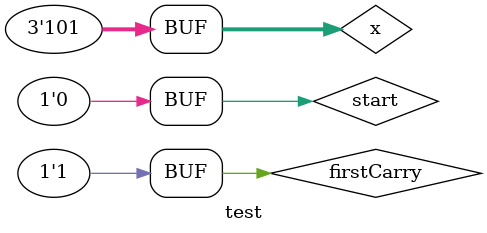
<source format=v>


   module fullAdder( output s,
	                  output nextCarry,
	                  input x,
							input start,
							input firstCarry);
	
	// Descrever por portas
	
	wire s1,s2,s3,ny,nextCarry, r1;
	
	not not1 (nx,x);
	xor xor1 (s1,start,nx);
	xor xor2 (s,s1,firstCarry);
	and and1 (s2,start,nx);
	and and2 (s3,s1,firstCarry);
	or  or1  (nextCarry,s2,s3);
	
	endmodule // fullAdder

// **************************

	module Questao5(output [2:0] s,
	                output nextCarry,
						 input [2:0] x,
						 input start,
						 input firstCarry);

	wire a;
	wire b;
	
   fullAdder gate1(s[0],a,x[0],start,firstCarry);
	
	fullAdder gate2(s[1],b,x[1],start,a);
	
	fullAdder gate3(s[2],nextCarry,x[2],start,b);
	
	
   endmodule // Questao5
	
// **************************
// Definir dados
// **************************

   module test;
	
	reg  [2:0] x;
	reg  start;
	reg  firstCarry;
	wire [2:0] s;
	wire nextCarry;

   Questao5 modulo(s,nextCarry,x,start,firstCarry);

// **************************
// Parte principal
// **************************

   initial begin
	

	   $display("Exemplo0025 - Isabel Bicalho Amaro - 451580");
		$display("Test ALU's full adder\n");

		
   // projetar testes do somador complete

   #1 x = 3'b000;  firstCarry = 1; start = 0;
	
	   $monitor("x = %3b  C2 = %3b",x,s);
		
   #1 x = 3'b010;
   #1 x = 3'b100;
   #1 x = 3'b111;
	#1 x = 3'b011;
	#1 x = 3'b101;

	
	end
	
	endmodule // test
	
/*

    Exemplo0025 - Isabel Bicalho Amaro - 451580
    Test ALU's full adder
    
    x = 000  C2 = 000
    x = 010  C2 = 110
    x = 100  C2 = 100
    x = 111  C2 = 001
    x = 011  C2 = 101
    x = 101  C2 = 011

*/
</source>
